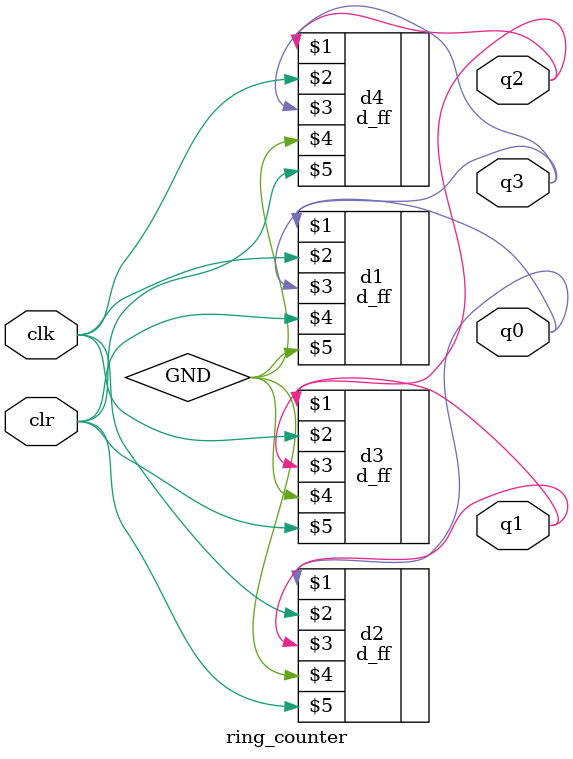
<source format=v>
module ring_counter(clk,clr,q0,q1,q2,q3);
input clk,clr;
output q0,q1,q2,q3;
wire GND;

d_ff d1(q3,clk,q0,clr,GND);
d_ff d2(q0,clk,q1,GND,clr);
d_ff d3(q1,clk,q2,GND,clr);
d_ff d4(q2,clk,q3,GND,clr);

endmodule
</source>
